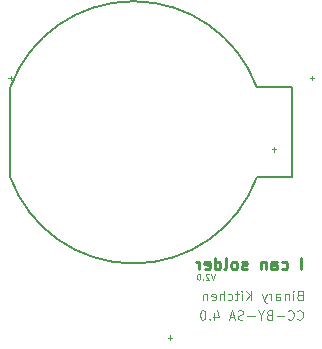
<source format=gbr>
%TF.GenerationSoftware,KiCad,Pcbnew,5.1.6*%
%TF.CreationDate,2020-09-20T17:35:54+02:00*%
%TF.ProjectId,ICanSolder,4943616e-536f-46c6-9465-722e6b696361,rev?*%
%TF.SameCoordinates,Original*%
%TF.FileFunction,Legend,Bot*%
%TF.FilePolarity,Positive*%
%FSLAX46Y46*%
G04 Gerber Fmt 4.6, Leading zero omitted, Abs format (unit mm)*
G04 Created by KiCad (PCBNEW 5.1.6) date 2020-09-20 17:35:54*
%MOMM*%
%LPD*%
G01*
G04 APERTURE LIST*
%ADD10C,0.125000*%
%ADD11C,0.110000*%
%ADD12C,0.250000*%
%ADD13C,0.203200*%
G04 APERTURE END LIST*
D10*
X191490476Y-115435714D02*
X191109523Y-115435714D01*
X191300000Y-115626190D02*
X191300000Y-115245238D01*
X194690476Y-109385714D02*
X194309523Y-109385714D01*
X194500000Y-109576190D02*
X194500000Y-109195238D01*
X169190476Y-109385714D02*
X168809523Y-109385714D01*
X169000000Y-109576190D02*
X169000000Y-109195238D01*
X182690476Y-131385714D02*
X182309523Y-131385714D01*
X182500000Y-131576190D02*
X182500000Y-131195238D01*
D11*
X193266666Y-129785714D02*
X193304761Y-129823809D01*
X193419047Y-129861904D01*
X193495238Y-129861904D01*
X193609523Y-129823809D01*
X193685714Y-129747619D01*
X193723809Y-129671428D01*
X193761904Y-129519047D01*
X193761904Y-129404761D01*
X193723809Y-129252380D01*
X193685714Y-129176190D01*
X193609523Y-129100000D01*
X193495238Y-129061904D01*
X193419047Y-129061904D01*
X193304761Y-129100000D01*
X193266666Y-129138095D01*
X192466666Y-129785714D02*
X192504761Y-129823809D01*
X192619047Y-129861904D01*
X192695238Y-129861904D01*
X192809523Y-129823809D01*
X192885714Y-129747619D01*
X192923809Y-129671428D01*
X192961904Y-129519047D01*
X192961904Y-129404761D01*
X192923809Y-129252380D01*
X192885714Y-129176190D01*
X192809523Y-129100000D01*
X192695238Y-129061904D01*
X192619047Y-129061904D01*
X192504761Y-129100000D01*
X192466666Y-129138095D01*
X192123809Y-129557142D02*
X191514285Y-129557142D01*
X190866666Y-129442857D02*
X190752380Y-129480952D01*
X190714285Y-129519047D01*
X190676190Y-129595238D01*
X190676190Y-129709523D01*
X190714285Y-129785714D01*
X190752380Y-129823809D01*
X190828571Y-129861904D01*
X191133333Y-129861904D01*
X191133333Y-129061904D01*
X190866666Y-129061904D01*
X190790476Y-129100000D01*
X190752380Y-129138095D01*
X190714285Y-129214285D01*
X190714285Y-129290476D01*
X190752380Y-129366666D01*
X190790476Y-129404761D01*
X190866666Y-129442857D01*
X191133333Y-129442857D01*
X190180952Y-129480952D02*
X190180952Y-129861904D01*
X190447619Y-129061904D02*
X190180952Y-129480952D01*
X189914285Y-129061904D01*
X189647619Y-129557142D02*
X189038095Y-129557142D01*
X188695238Y-129823809D02*
X188580952Y-129861904D01*
X188390476Y-129861904D01*
X188314285Y-129823809D01*
X188276190Y-129785714D01*
X188238095Y-129709523D01*
X188238095Y-129633333D01*
X188276190Y-129557142D01*
X188314285Y-129519047D01*
X188390476Y-129480952D01*
X188542857Y-129442857D01*
X188619047Y-129404761D01*
X188657142Y-129366666D01*
X188695238Y-129290476D01*
X188695238Y-129214285D01*
X188657142Y-129138095D01*
X188619047Y-129100000D01*
X188542857Y-129061904D01*
X188352380Y-129061904D01*
X188238095Y-129100000D01*
X187933333Y-129633333D02*
X187552380Y-129633333D01*
X188009523Y-129861904D02*
X187742857Y-129061904D01*
X187476190Y-129861904D01*
X186257142Y-129328571D02*
X186257142Y-129861904D01*
X186447619Y-129023809D02*
X186638095Y-129595238D01*
X186142857Y-129595238D01*
X185838095Y-129785714D02*
X185800000Y-129823809D01*
X185838095Y-129861904D01*
X185876190Y-129823809D01*
X185838095Y-129785714D01*
X185838095Y-129861904D01*
X185304761Y-129061904D02*
X185228571Y-129061904D01*
X185152380Y-129100000D01*
X185114285Y-129138095D01*
X185076190Y-129214285D01*
X185038095Y-129366666D01*
X185038095Y-129557142D01*
X185076190Y-129709523D01*
X185114285Y-129785714D01*
X185152380Y-129823809D01*
X185228571Y-129861904D01*
X185304761Y-129861904D01*
X185380952Y-129823809D01*
X185419047Y-129785714D01*
X185457142Y-129709523D01*
X185495238Y-129557142D01*
X185495238Y-129366666D01*
X185457142Y-129214285D01*
X185419047Y-129138095D01*
X185380952Y-129100000D01*
X185304761Y-129061904D01*
X193442857Y-127792857D02*
X193328571Y-127830952D01*
X193290476Y-127869047D01*
X193252380Y-127945238D01*
X193252380Y-128059523D01*
X193290476Y-128135714D01*
X193328571Y-128173809D01*
X193404761Y-128211904D01*
X193709523Y-128211904D01*
X193709523Y-127411904D01*
X193442857Y-127411904D01*
X193366666Y-127450000D01*
X193328571Y-127488095D01*
X193290476Y-127564285D01*
X193290476Y-127640476D01*
X193328571Y-127716666D01*
X193366666Y-127754761D01*
X193442857Y-127792857D01*
X193709523Y-127792857D01*
X192909523Y-128211904D02*
X192909523Y-127678571D01*
X192909523Y-127411904D02*
X192947619Y-127450000D01*
X192909523Y-127488095D01*
X192871428Y-127450000D01*
X192909523Y-127411904D01*
X192909523Y-127488095D01*
X192528571Y-127678571D02*
X192528571Y-128211904D01*
X192528571Y-127754761D02*
X192490476Y-127716666D01*
X192414285Y-127678571D01*
X192300000Y-127678571D01*
X192223809Y-127716666D01*
X192185714Y-127792857D01*
X192185714Y-128211904D01*
X191461904Y-128211904D02*
X191461904Y-127792857D01*
X191500000Y-127716666D01*
X191576190Y-127678571D01*
X191728571Y-127678571D01*
X191804761Y-127716666D01*
X191461904Y-128173809D02*
X191538095Y-128211904D01*
X191728571Y-128211904D01*
X191804761Y-128173809D01*
X191842857Y-128097619D01*
X191842857Y-128021428D01*
X191804761Y-127945238D01*
X191728571Y-127907142D01*
X191538095Y-127907142D01*
X191461904Y-127869047D01*
X191080952Y-128211904D02*
X191080952Y-127678571D01*
X191080952Y-127830952D02*
X191042857Y-127754761D01*
X191004761Y-127716666D01*
X190928571Y-127678571D01*
X190852380Y-127678571D01*
X190661904Y-127678571D02*
X190471428Y-128211904D01*
X190280952Y-127678571D02*
X190471428Y-128211904D01*
X190547619Y-128402380D01*
X190585714Y-128440476D01*
X190661904Y-128478571D01*
X189366666Y-128211904D02*
X189366666Y-127411904D01*
X188909523Y-128211904D02*
X189252380Y-127754761D01*
X188909523Y-127411904D02*
X189366666Y-127869047D01*
X188566666Y-128211904D02*
X188566666Y-127678571D01*
X188566666Y-127411904D02*
X188604761Y-127450000D01*
X188566666Y-127488095D01*
X188528571Y-127450000D01*
X188566666Y-127411904D01*
X188566666Y-127488095D01*
X188300000Y-127678571D02*
X187995238Y-127678571D01*
X188185714Y-127411904D02*
X188185714Y-128097619D01*
X188147619Y-128173809D01*
X188071428Y-128211904D01*
X187995238Y-128211904D01*
X187385714Y-128173809D02*
X187461904Y-128211904D01*
X187614285Y-128211904D01*
X187690476Y-128173809D01*
X187728571Y-128135714D01*
X187766666Y-128059523D01*
X187766666Y-127830952D01*
X187728571Y-127754761D01*
X187690476Y-127716666D01*
X187614285Y-127678571D01*
X187461904Y-127678571D01*
X187385714Y-127716666D01*
X187042857Y-128211904D02*
X187042857Y-127411904D01*
X186700000Y-128211904D02*
X186700000Y-127792857D01*
X186738095Y-127716666D01*
X186814285Y-127678571D01*
X186928571Y-127678571D01*
X187004761Y-127716666D01*
X187042857Y-127754761D01*
X186014285Y-128173809D02*
X186090476Y-128211904D01*
X186242857Y-128211904D01*
X186319047Y-128173809D01*
X186357142Y-128097619D01*
X186357142Y-127792857D01*
X186319047Y-127716666D01*
X186242857Y-127678571D01*
X186090476Y-127678571D01*
X186014285Y-127716666D01*
X185976190Y-127792857D01*
X185976190Y-127869047D01*
X186357142Y-127945238D01*
X185633333Y-127678571D02*
X185633333Y-128211904D01*
X185633333Y-127754761D02*
X185595238Y-127716666D01*
X185519047Y-127678571D01*
X185404761Y-127678571D01*
X185328571Y-127716666D01*
X185290476Y-127792857D01*
X185290476Y-128211904D01*
X186261904Y-125976190D02*
X186095238Y-126476190D01*
X185928571Y-125976190D01*
X185785714Y-126023809D02*
X185761904Y-126000000D01*
X185714285Y-125976190D01*
X185595238Y-125976190D01*
X185547619Y-126000000D01*
X185523809Y-126023809D01*
X185500000Y-126071428D01*
X185500000Y-126119047D01*
X185523809Y-126190476D01*
X185809523Y-126476190D01*
X185500000Y-126476190D01*
X185285714Y-126428571D02*
X185261904Y-126452380D01*
X185285714Y-126476190D01*
X185309523Y-126452380D01*
X185285714Y-126428571D01*
X185285714Y-126476190D01*
X184952380Y-125976190D02*
X184904761Y-125976190D01*
X184857142Y-126000000D01*
X184833333Y-126023809D01*
X184809523Y-126071428D01*
X184785714Y-126166666D01*
X184785714Y-126285714D01*
X184809523Y-126380952D01*
X184833333Y-126428571D01*
X184857142Y-126452380D01*
X184904761Y-126476190D01*
X184952380Y-126476190D01*
X185000000Y-126452380D01*
X185023809Y-126428571D01*
X185047619Y-126380952D01*
X185071428Y-126285714D01*
X185071428Y-126166666D01*
X185047619Y-126071428D01*
X185023809Y-126023809D01*
X185000000Y-126000000D01*
X184952380Y-125976190D01*
D12*
X193604761Y-125602380D02*
X193604761Y-124602380D01*
X191938095Y-125554761D02*
X192033333Y-125602380D01*
X192223809Y-125602380D01*
X192319047Y-125554761D01*
X192366666Y-125507142D01*
X192414285Y-125411904D01*
X192414285Y-125126190D01*
X192366666Y-125030952D01*
X192319047Y-124983333D01*
X192223809Y-124935714D01*
X192033333Y-124935714D01*
X191938095Y-124983333D01*
X191080952Y-125602380D02*
X191080952Y-125078571D01*
X191128571Y-124983333D01*
X191223809Y-124935714D01*
X191414285Y-124935714D01*
X191509523Y-124983333D01*
X191080952Y-125554761D02*
X191176190Y-125602380D01*
X191414285Y-125602380D01*
X191509523Y-125554761D01*
X191557142Y-125459523D01*
X191557142Y-125364285D01*
X191509523Y-125269047D01*
X191414285Y-125221428D01*
X191176190Y-125221428D01*
X191080952Y-125173809D01*
X190604761Y-124935714D02*
X190604761Y-125602380D01*
X190604761Y-125030952D02*
X190557142Y-124983333D01*
X190461904Y-124935714D01*
X190319047Y-124935714D01*
X190223809Y-124983333D01*
X190176190Y-125078571D01*
X190176190Y-125602380D01*
X188985714Y-125554761D02*
X188890476Y-125602380D01*
X188700000Y-125602380D01*
X188604761Y-125554761D01*
X188557142Y-125459523D01*
X188557142Y-125411904D01*
X188604761Y-125316666D01*
X188700000Y-125269047D01*
X188842857Y-125269047D01*
X188938095Y-125221428D01*
X188985714Y-125126190D01*
X188985714Y-125078571D01*
X188938095Y-124983333D01*
X188842857Y-124935714D01*
X188700000Y-124935714D01*
X188604761Y-124983333D01*
X187985714Y-125602380D02*
X188080952Y-125554761D01*
X188128571Y-125507142D01*
X188176190Y-125411904D01*
X188176190Y-125126190D01*
X188128571Y-125030952D01*
X188080952Y-124983333D01*
X187985714Y-124935714D01*
X187842857Y-124935714D01*
X187747619Y-124983333D01*
X187700000Y-125030952D01*
X187652380Y-125126190D01*
X187652380Y-125411904D01*
X187700000Y-125507142D01*
X187747619Y-125554761D01*
X187842857Y-125602380D01*
X187985714Y-125602380D01*
X187080952Y-125602380D02*
X187176190Y-125554761D01*
X187223809Y-125459523D01*
X187223809Y-124602380D01*
X186271428Y-125602380D02*
X186271428Y-124602380D01*
X186271428Y-125554761D02*
X186366666Y-125602380D01*
X186557142Y-125602380D01*
X186652380Y-125554761D01*
X186700000Y-125507142D01*
X186747619Y-125411904D01*
X186747619Y-125126190D01*
X186700000Y-125030952D01*
X186652380Y-124983333D01*
X186557142Y-124935714D01*
X186366666Y-124935714D01*
X186271428Y-124983333D01*
X185414285Y-125554761D02*
X185509523Y-125602380D01*
X185700000Y-125602380D01*
X185795238Y-125554761D01*
X185842857Y-125459523D01*
X185842857Y-125078571D01*
X185795238Y-124983333D01*
X185700000Y-124935714D01*
X185509523Y-124935714D01*
X185414285Y-124983333D01*
X185366666Y-125078571D01*
X185366666Y-125173809D01*
X185842857Y-125269047D01*
X184938095Y-125602380D02*
X184938095Y-124935714D01*
X184938095Y-125126190D02*
X184890476Y-125030952D01*
X184842857Y-124983333D01*
X184747619Y-124935714D01*
X184652380Y-124935714D01*
D13*
%TO.C,BT1*%
X189837800Y-117799840D02*
X192819760Y-117799840D01*
X192819760Y-117799840D02*
X192819760Y-110200160D01*
X192819760Y-110200160D02*
X189837800Y-110200160D01*
X168961540Y-117799840D02*
X168961540Y-110200160D01*
X168968475Y-110188152D02*
G75*
G02*
X189837800Y-110200160I10432465J-3824548D01*
G01*
X189835345Y-117813488D02*
G75*
G02*
X168961540Y-117799840I-10434405J3826188D01*
G01*
%TD*%
M02*

</source>
